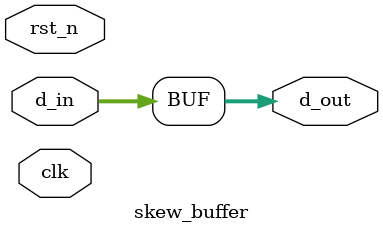
<source format=sv>
`timescale 1ns / 1ps


module skew_buffer #(
    parameter WIDTH = 8,
    parameter DELAY = 0  // Number of cycles to delay (Row 0 = 0, Row 1 = 1, etc.)
)(
    input  logic clk,
    input  logic rst_n,
    input  logic signed [WIDTH-1:0] d_in,  // Flat data from Memory
    output logic signed [WIDTH-1:0] d_out  // Skewed/Delayed data to Array
);

    // If DELAY is 0 (First Row), just pass through as a wire.
    // If DELAY > 0, create a chain of registers (Shift Register).
    generate
        if (DELAY == 0) begin
            // Direct connection for the first row to minimize latency
            assign d_out = d_in;
        end else begin
            // Internal storage for the delay chain (Pipeline Registers)
            // Using registers here helps break timing paths, aiding timing closure at high frequencies.
            logic signed [WIDTH-1:0] shift_reg [DELAY-1:0];
            
            always_ff @(posedge clk or negedge rst_n) begin
                if (!rst_n) begin
                    // Flush the buffer
                    for (int i = 0; i < DELAY; i++) begin
                        shift_reg[i] <= '0;
                    end
                end else begin
                    // Shift Data:
                    // Head of the line gets new input
                    shift_reg[0] <= d_in;
                    
                    // Shift the rest down the chain
                    for (int i = 1; i < DELAY; i++) begin
                        shift_reg[i] <= shift_reg[i-1];
                    end
                end
            end
            
            // Output is the last element in the chain
            assign d_out = shift_reg[DELAY-1];
        end
    endgenerate

endmodule
</source>
